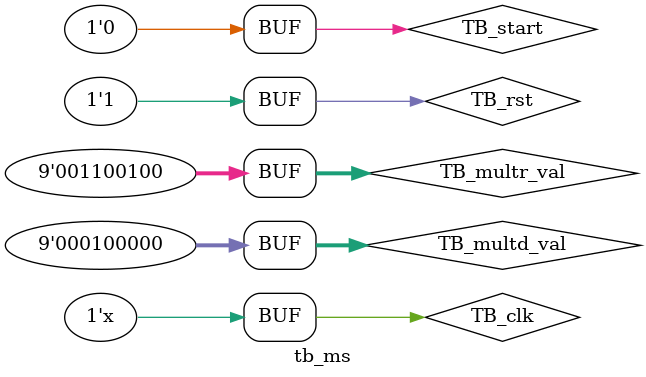
<source format=sv>
module tb_ms#(
	parameter DW = 9 
	)();
	bit 			TB_clk =0;
	bit 			TB_rst;
	bit 			TB_start;
	logic  [DW-1:0] TB_multd_val; //[DW-1:0]
	logic  [DW-1:0] TB_multr_val; //[DW-1:0]

	logic	[16:0]	TB_leds;
	logic 	 		TB_ready;

	logic			TB_o_clk;


	ms_mult TB_simulation(
	.i_clk(TB_clk),
	.i_rst(TB_rst),
	.i_start(TB_start),
	.i_sw({TB_multd_val,TB_multr_val}),

	.o_led(TB_leds),
	.o_ready(TB_ready)
	

	);

	always #1 TB_clk <= ~TB_clk;

	initial begin
	    TB_rst    	 = 0;       #2;
	    TB_rst   	 = 1;       #3;

	    TB_multd_val = 21; 	
	    TB_multr_val = 14; 		#4;
 
	    TB_start 	 = 1;       #2;
	    TB_start  	 = 0;       #20;


	    TB_multd_val = 20; 	
	    TB_multr_val = 12; 		#4;
 
	    TB_start 	 = 1;       #2;
	    TB_start  	 = 0;       #20;


	    TB_multd_val = 32; 	
	    TB_multr_val = 100; 	#4;
 
	    TB_start 	 = 1;       #2;
	    TB_start  	 = 0;       #20;
	end



endmodule // tb_ms
</source>
